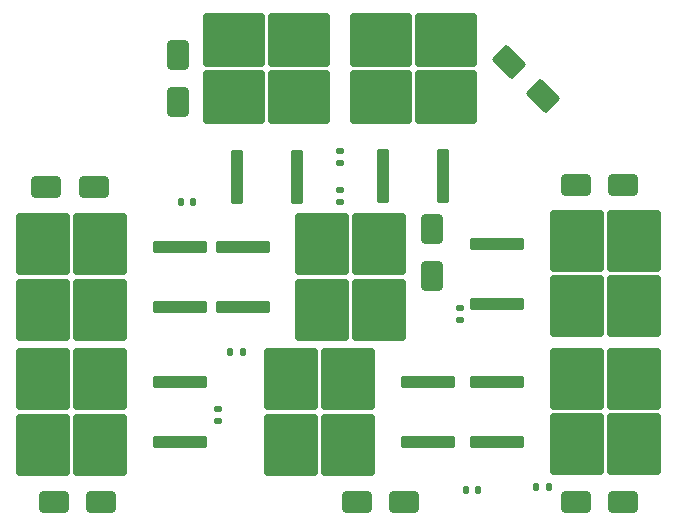
<source format=gbr>
%TF.GenerationSoftware,KiCad,Pcbnew,8.0.1*%
%TF.CreationDate,2024-09-20T18:09:38-07:00*%
%TF.ProjectId,motor_control_design,6d6f746f-725f-4636-9f6e-74726f6c5f64,rev?*%
%TF.SameCoordinates,Original*%
%TF.FileFunction,Paste,Bot*%
%TF.FilePolarity,Positive*%
%FSLAX46Y46*%
G04 Gerber Fmt 4.6, Leading zero omitted, Abs format (unit mm)*
G04 Created by KiCad (PCBNEW 8.0.1) date 2024-09-20 18:09:38*
%MOMM*%
%LPD*%
G01*
G04 APERTURE LIST*
G04 Aperture macros list*
%AMRoundRect*
0 Rectangle with rounded corners*
0 $1 Rounding radius*
0 $2 $3 $4 $5 $6 $7 $8 $9 X,Y pos of 4 corners*
0 Add a 4 corners polygon primitive as box body*
4,1,4,$2,$3,$4,$5,$6,$7,$8,$9,$2,$3,0*
0 Add four circle primitives for the rounded corners*
1,1,$1+$1,$2,$3*
1,1,$1+$1,$4,$5*
1,1,$1+$1,$6,$7*
1,1,$1+$1,$8,$9*
0 Add four rect primitives between the rounded corners*
20,1,$1+$1,$2,$3,$4,$5,0*
20,1,$1+$1,$4,$5,$6,$7,0*
20,1,$1+$1,$6,$7,$8,$9,0*
20,1,$1+$1,$8,$9,$2,$3,0*%
G04 Aperture macros list end*
%ADD10RoundRect,0.135000X-0.185000X0.135000X-0.185000X-0.135000X0.185000X-0.135000X0.185000X0.135000X0*%
%ADD11RoundRect,0.250000X0.300000X-2.050000X0.300000X2.050000X-0.300000X2.050000X-0.300000X-2.050000X0*%
%ADD12RoundRect,0.250000X2.375000X-2.025000X2.375000X2.025000X-2.375000X2.025000X-2.375000X-2.025000X0*%
%ADD13RoundRect,0.250000X1.000000X0.650000X-1.000000X0.650000X-1.000000X-0.650000X1.000000X-0.650000X0*%
%ADD14RoundRect,0.250000X-1.000000X-0.650000X1.000000X-0.650000X1.000000X0.650000X-1.000000X0.650000X0*%
%ADD15RoundRect,0.250000X0.650000X-1.000000X0.650000X1.000000X-0.650000X1.000000X-0.650000X-1.000000X0*%
%ADD16RoundRect,0.135000X-0.135000X-0.185000X0.135000X-0.185000X0.135000X0.185000X-0.135000X0.185000X0*%
%ADD17RoundRect,0.250000X-2.050000X-0.300000X2.050000X-0.300000X2.050000X0.300000X-2.050000X0.300000X0*%
%ADD18RoundRect,0.250000X-2.025000X-2.375000X2.025000X-2.375000X2.025000X2.375000X-2.025000X2.375000X0*%
%ADD19RoundRect,0.135000X0.185000X-0.135000X0.185000X0.135000X-0.185000X0.135000X-0.185000X-0.135000X0*%
%ADD20RoundRect,0.250000X2.050000X0.300000X-2.050000X0.300000X-2.050000X-0.300000X2.050000X-0.300000X0*%
%ADD21RoundRect,0.250000X2.025000X2.375000X-2.025000X2.375000X-2.025000X-2.375000X2.025000X-2.375000X0*%
%ADD22RoundRect,0.250000X-0.650000X1.000000X-0.650000X-1.000000X0.650000X-1.000000X0.650000X1.000000X0*%
%ADD23RoundRect,0.135000X0.135000X0.185000X-0.135000X0.185000X-0.135000X-0.185000X0.135000X-0.185000X0*%
%ADD24RoundRect,0.250000X1.166726X-0.247487X-0.247487X1.166726X-1.166726X0.247487X0.247487X-1.166726X0*%
G04 APERTURE END LIST*
D10*
%TO.C,R20*%
X149352000Y-72640002D03*
X149352000Y-73660000D03*
%TD*%
D11*
%TO.C,Q14*%
X158115000Y-74803000D03*
D12*
X152800000Y-68078000D03*
X158350000Y-68078000D03*
X152800000Y-63228000D03*
X158350000Y-63228000D03*
D11*
X153035000Y-74803000D03*
%TD*%
D13*
%TO.C,D4*%
X124492000Y-75692000D03*
X128492000Y-75692000D03*
%TD*%
D14*
%TO.C,D5*%
X129145001Y-102362000D03*
X125144999Y-102362000D03*
%TD*%
%TO.C,D8*%
X173355000Y-75565000D03*
X169354998Y-75565000D03*
%TD*%
D10*
%TO.C,R18*%
X159512000Y-85977001D03*
X159512000Y-86996999D03*
%TD*%
D15*
%TO.C,D7*%
X135636000Y-64547999D03*
X135636000Y-68548001D03*
%TD*%
D16*
%TO.C,R13*%
X135890000Y-76962000D03*
X136909998Y-76962000D03*
%TD*%
D17*
%TO.C,Q6*%
X162657000Y-85579000D03*
D18*
X169382000Y-80264000D03*
X169382000Y-85814000D03*
X174232000Y-80264000D03*
X174232000Y-85814000D03*
D17*
X162657000Y-80499000D03*
%TD*%
D14*
%TO.C,D12*%
X154813000Y-102362000D03*
X150812998Y-102362000D03*
%TD*%
D19*
%TO.C,R14*%
X149352000Y-76963999D03*
X149352000Y-75944001D03*
%TD*%
D20*
%TO.C,Q2*%
X135781000Y-80772000D03*
D21*
X129056000Y-86087000D03*
X129056000Y-80537000D03*
X124206000Y-86087000D03*
X124206000Y-80537000D03*
D20*
X135781000Y-85852000D03*
%TD*%
D13*
%TO.C,D9*%
X169355000Y-102362000D03*
X173355000Y-102362000D03*
%TD*%
D20*
%TO.C,Q9*%
X135786999Y-92201998D03*
D21*
X129062001Y-91966997D03*
X129061999Y-97516997D03*
X124212001Y-97516999D03*
X124211999Y-91966997D03*
D20*
X135787002Y-97281998D03*
%TD*%
D10*
%TO.C,R16*%
X139065000Y-94488000D03*
X139065000Y-95507998D03*
%TD*%
D22*
%TO.C,D6*%
X157117000Y-83280001D03*
X157117000Y-79279999D03*
%TD*%
D16*
%TO.C,R19*%
X165987001Y-101092000D03*
X167006999Y-101092000D03*
%TD*%
D17*
%TO.C,Q7*%
X162657000Y-97263000D03*
D18*
X169382000Y-91948000D03*
X169382000Y-97498000D03*
X174232000Y-91948000D03*
X174232000Y-97498000D03*
D17*
X162657000Y-92183000D03*
%TD*%
%TO.C,Q3*%
X141115000Y-85852000D03*
D18*
X147840000Y-80537000D03*
X147840000Y-86087000D03*
X152690000Y-80537000D03*
X152690000Y-86087000D03*
D17*
X141115000Y-80772000D03*
%TD*%
D20*
%TO.C,Q15*%
X156778000Y-92202000D03*
D21*
X150053000Y-97517000D03*
X150053000Y-91967000D03*
X145203000Y-97517000D03*
X145203000Y-91967000D03*
D20*
X156778000Y-97282000D03*
%TD*%
D23*
%TO.C,R23*%
X161037999Y-101346000D03*
X160018001Y-101346000D03*
%TD*%
D24*
%TO.C,D10*%
X163685786Y-65133786D03*
X166514214Y-67962214D03*
%TD*%
D11*
%TO.C,Q1*%
X145688000Y-74821000D03*
D12*
X140373000Y-68096000D03*
X145923000Y-68096000D03*
X140373000Y-63246000D03*
X145923000Y-63246000D03*
D11*
X140608000Y-74821000D03*
%TD*%
D23*
%TO.C,R15*%
X141099000Y-89662000D03*
X140079000Y-89662000D03*
%TD*%
M02*

</source>
